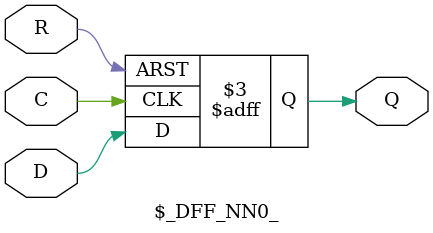
<source format=v>
module \$_DFF_NN0_ (D, C, R, Q);
input D, C, R;
output reg Q;
always @(negedge C or negedge R) begin
	if (R == 0)
		Q <= 0;
	else
		Q <= D;
end
endmodule

</source>
